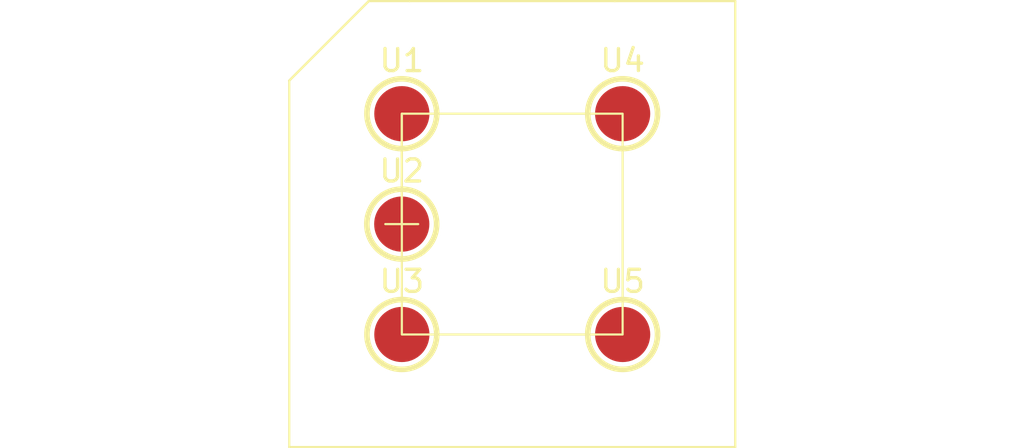
<source format=kicad_pcb>
(kicad_pcb (version 20240108) (generator "pcbnew") (generator_version "8.0")
  (layers (0 "F.Cu" signal) (31 "B.Cu" signal) (34 "B.Paste" user) (35 "F.Paste" user) (36 "B.SilkS" user "B.Silkscreen") (37 "F.SilkS" user "F.Silkscreen") (38 "B.Mask" user) (39 "F.Mask" user) (44 "Edge.Cuts" user))
  (net 0 "")
  (footprint "parts:SMD_BD2.0-L2.0-W2.0_C9900001905 pogo pin" (layer "F.Cu") (at 126.555 98.67)
    (property "Reference" "U2" (at 0 -2.408 0) (layer "F.SilkS"))
    (property "Value" "SMD_BD2.0-L2.0-W2.0_C9900001905 pogo pin")
    (fp_circle (center 0 0) (end 1.581 0) (stroke (width 0.254)) (fill none) (layer "F.SilkS"))
    (pad "1" smd circle (at 0 0) (size 2.5 2.5) (layers "F.Cu" "F.Paste" "F.Mask"))
  )
  (footprint "parts:SMD_BD2.0-L2.0-W2.0_C9900001905 pogo pin" (layer "F.Cu") (at 136.56 103.67)
    (property "Reference" "U5" (at 0 -2.408 0) (layer "F.SilkS"))
    (property "Value" "SMD_BD2.0-L2.0-W2.0_C9900001905 pogo pin")
    (fp_circle (center 0 0) (end 1.581 0) (stroke (width 0.254)) (fill none) (layer "F.SilkS"))
    (pad "1" smd circle (at 0 0) (size 2.5 2.5) (layers "F.Cu" "F.Paste" "F.Mask"))
  )
  (footprint "parts:SMD_BD2.0-L2.0-W2.0_C9900001905 pogo pin" (layer "F.Cu") (at 126.56 93.67)
    (property "Reference" "U1" (at 0 -2.408 0) (layer "F.SilkS"))
    (property "Value" "SMD_BD2.0-L2.0-W2.0_C9900001905 pogo pin")
    (fp_circle (center 0 0) (end 1.581 0) (stroke (width 0.254)) (fill none) (layer "F.SilkS"))
    (pad "1" smd circle (at 0 0) (size 2.5 2.5) (layers "F.Cu" "F.Paste" "F.Mask"))
  )
  (footprint "parts:SMD_BD2.0-L2.0-W2.0_C9900001905 pogo pin" (layer "F.Cu") (at 136.56 93.67)
    (property "Reference" "U4" (at 0 -2.408 0) (layer "F.SilkS"))
    (property "Value" "SMD_BD2.0-L2.0-W2.0_C9900001905 pogo pin")
    (fp_circle (center 0 0) (end 1.581 0) (stroke (width 0.254)) (fill none) (layer "F.SilkS"))
    (pad "1" smd circle (at 0 0) (size 2.5 2.5) (layers "F.Cu" "F.Paste" "F.Mask"))
  )
  (footprint "parts:SMD_BD2.0-L2.0-W2.0_C9900001905 pogo pin" (layer "F.Cu") (at 126.56 103.67)
    (property "Reference" "U3" (at 0 -2.408 0) (layer "F.SilkS"))
    (property "Value" "SMD_BD2.0-L2.0-W2.0_C9900001905 pogo pin")
    (fp_circle (center 0 0) (end 1.581 0) (stroke (width 0.254)) (fill none) (layer "F.SilkS"))
    (pad "1" smd circle (at 0 0) (size 2.5 2.5) (layers "F.Cu" "F.Paste" "F.Mask"))
  )
  (gr_line (start 121.46 92.17) (end 121.46 108.77) (stroke (width 0.1)) (layer "F.SilkS"))
  (gr_line (start 126.56 98.67) (end 126.56 93.67) (stroke (width 0.1)) (layer "F.SilkS"))
  (gr_line (start 127.3 98.67) (end 125.81 98.67) (stroke (width 0.1)) (layer "F.SilkS"))
  (gr_line (start 126.91 108.77) (end 136.21 108.77) (stroke (width 0.1)) (layer "F.SilkS"))
  (gr_line (start 141.66 108.77) (end 141.66 88.57) (stroke (width 0.1)) (layer "F.SilkS"))
  (gr_line (start 125.06 88.57) (end 126.91 88.57) (stroke (width 0.1)) (layer "F.SilkS"))
  (gr_line (start 121.46 92.17) (end 125.06 88.57) (stroke (width 0.1)) (layer "F.SilkS"))
  (gr_line (start 141.66 88.57) (end 136.21 88.57) (stroke (width 0.1)) (layer "F.SilkS"))
  (gr_line (start 121.46 108.77) (end 126.91 108.77) (stroke (width 0.1)) (layer "F.SilkS"))
  (gr_line (start 136.21 108.77) (end 141.66 108.77) (stroke (width 0.1)) (layer "F.SilkS"))
  (gr_line (start 125.06 88.57) (end 121.46 92.17) (stroke (width 0.1)) (layer "F.SilkS"))
  (gr_line (start 126.91 88.57) (end 136.21 88.57) (stroke (width 0.1)) (layer "F.SilkS"))
  (gr_rect (start 126.56 93.67) (end 136.56 103.67) (stroke (width 0.1)) (fill none) (layer "F.SilkS"))
)
</source>
